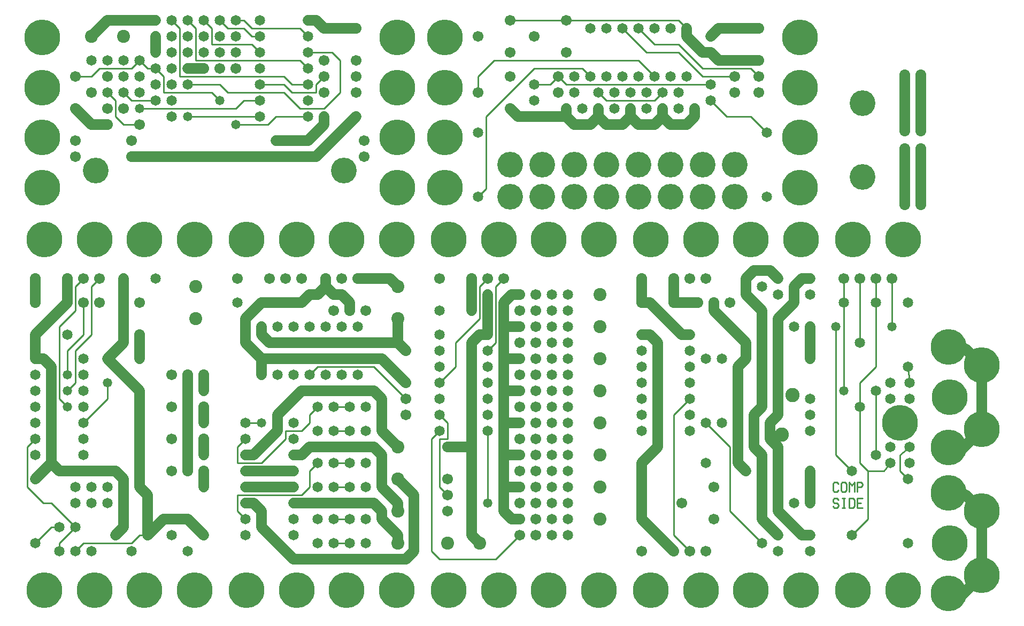
<source format=gtl>
%MOIN*%
%FSLAX25Y25*%
G04 D10 used for Character Trace; *
G04     Circle (OD=.01000) (No hole)*
G04 D11 used for Power Trace; *
G04     Circle (OD=.06700) (No hole)*
G04 D12 used for Signal Trace; *
G04     Circle (OD=.01100) (No hole)*
G04 D13 used for Via; *
G04     Circle (OD=.05800) (Round. Hole ID=.02800)*
G04 D14 used for Component hole; *
G04     Circle (OD=.06500) (Round. Hole ID=.03500)*
G04 D15 used for Component hole; *
G04     Circle (OD=.06700) (Round. Hole ID=.04300)*
G04 D16 used for Component hole; *
G04     Circle (OD=.08100) (Round. Hole ID=.05100)*
G04 D17 used for Component hole; *
G04     Circle (OD=.08900) (Round. Hole ID=.05900)*
G04 D18 used for Component hole; *
G04     Circle (OD=.11300) (Round. Hole ID=.08300)*
G04 D19 used for Component hole; *
G04     Circle (OD=.16000) (Round. Hole ID=.13000)*
G04 D20 used for Component hole; *
G04     Circle (OD=.18300) (Round. Hole ID=.15300)*
G04 D21 used for Component hole; *
G04     Circle (OD=.22291) (Round. Hole ID=.19291)*
%ADD10C,.01000*%
%ADD11C,.06700*%
%ADD12C,.01100*%
%ADD13C,.05800*%
%ADD14C,.06500*%
%ADD15C,.06700*%
%ADD16C,.08100*%
%ADD17C,.08900*%
%ADD18C,.11300*%
%ADD19C,.16000*%
%ADD20C,.18300*%
%ADD21C,.22291*%
%IPPOS*%
%LPD*%
G90*X0Y0D02*D21*X15625Y15625D03*D14*              
X35000Y40000D03*D12*X40000Y45000D01*X70000D01*    
X75000Y50000D01*X80000D01*D14*D03*D11*            
X90000Y60000D01*X105000D01*X115000Y50000D01*D14*  
D03*X105000Y40000D03*X95000Y50000D03*             
X115000Y80000D03*D11*Y90000D01*D15*D03*D14*       
Y100000D03*D11*Y110000D01*D15*D03*D14*Y120000D03* 
D11*Y130000D01*D15*D03*D14*Y140000D03*D11*        
Y150000D01*D15*D03*X105000D03*D11*Y130000D01*D15* 
D03*D11*Y110000D01*D15*D03*D11*Y90000D01*D15*D03* 
X95000D03*Y110000D03*D11*X80000Y50000D02*         
Y75000D01*D14*X70000Y40000D03*D11*X60000Y50000D02*
X65000Y55000D01*D14*X60000Y50000D03*D11*          
X65000Y55000D02*Y85000D01*X60000Y90000D01*        
X25000D01*X20000Y95000D01*X10000Y85000D01*D14*D03*
D12*X15000Y70000D02*X5000Y80000D01*               
X15000Y70000D02*X20000D01*X35000Y55000D01*D14*D03*
D12*X25000Y45000D01*Y40000D01*D14*D03*            
X10000Y45000D03*D12*X20000Y55000D01*X25000D01*D14*
D03*X35000Y70000D03*X45000Y40000D03*Y70000D03*    
Y80000D03*X35000D03*D12*X5000D02*Y105000D01*      
X10000Y110000D01*D14*D03*Y120000D03*Y100000D03*   
D11*X20000Y95000D02*Y155000D01*X15000Y160000D01*  
X10000D01*D14*D03*D11*Y175000D01*D14*D03*D11*     
X30000Y195000D01*D15*D03*D11*Y210000D01*D15*D03*  
D12*X35000Y190000D02*Y205000D01*X25000Y180000D02* 
X35000Y190000D01*X25000Y135000D02*Y180000D01*     
X30000Y130000D02*X25000Y135000D01*D13*            
X30000Y130000D03*D14*X40000Y120000D03*D12*        
X55000Y135000D01*Y145000D01*D13*D03*D14*          
X40000Y160000D03*Y130000D03*Y150000D03*           
X55000Y160000D03*D11*X75000Y140000D01*D14*D03*D11*
Y120000D01*D14*D03*D11*Y100000D01*D14*D03*D11*    
Y80000D01*D14*D03*D11*X80000Y75000D01*D14*        
X55000Y80000D03*Y70000D03*X40000Y110000D03*       
Y100000D03*D15*X95000Y130000D03*D21*              
X46875Y15625D03*X78125D03*X109375D03*D14*         
X40000Y140000D03*D13*X30000D03*D12*               
X35000Y145000D01*Y165000D01*X45000Y175000D01*     
Y205000D01*X50000Y210000D01*D15*D03*X40000D03*D12*
X35000Y205000D01*D15*X40000Y195000D03*D12*        
Y175000D01*X30000Y165000D01*Y150000D01*D13*D03*   
D14*X10000Y130000D03*Y150000D03*Y140000D03*       
X30000Y175000D03*D11*X55000Y160000D02*            
X65000Y170000D01*Y185000D01*D15*D03*D11*          
Y210000D01*D14*D03*D15*X50000Y195000D03*X75000D03*
D14*X85000Y210000D03*D21*X78125Y234375D03*        
X46875D03*D15*X75000Y175000D03*D11*Y160000D01*D14*
D03*D15*X95000Y150000D03*D16*X110000Y185000D03*   
Y205000D03*D15*X10000Y210000D03*D11*Y195000D01*   
D15*D03*D21*X15625Y234375D03*X109375D03*G90*      
X1000Y0D02*D12*X141000Y60000D02*X136000Y65000D01* 
D14*X141000Y60000D03*D12*X136000Y65000D02*        
Y75000D01*X176000D01*X181000Y80000D01*Y90000D01*  
X186000Y95000D01*D14*D03*D11*X171000Y100000D02*   
X176000D01*D14*X171000D03*D11*X176000D02*         
X181000Y105000D01*X221000D01*X226000Y100000D01*   
Y80000D01*X236000Y70000D01*Y65000D01*D16*D03*D11* 
X246000Y40000D02*Y75000D01*X241000Y35000D02*      
X246000Y40000D01*X171000Y35000D02*X241000D01*     
X171000D02*X151000Y55000D01*Y65000D01*            
X146000Y70000D01*X141000D01*D14*D03*Y80000D03*D11*
X171000D01*D14*D03*Y90000D03*D11*X141000D01*D14*  
D03*D12*X136000Y95000D02*X151000D01*              
X166000Y110000D01*Y115000D01*X176000D01*          
X181000Y120000D01*Y125000D01*X186000Y130000D01*   
D14*D03*D11*X161000Y125000D02*X176000Y140000D01*  
X161000Y115000D02*Y125000D01*X146000Y100000D02*   
X161000Y115000D01*X141000Y100000D02*X146000D01*   
D14*X141000D03*D12*X136000Y95000D02*Y105000D01*   
X141000Y110000D01*D14*D03*D13*X151000Y120000D03*  
D12*X141000D01*D14*D03*X171000Y150000D03*         
X161000D03*X171000Y110000D03*X151000Y150000D03*   
D11*Y160000D01*X226000D01*X241000Y145000D01*D15*  
D03*Y135000D03*D12*X221000Y155000D01*X186000D01*  
X181000Y150000D01*D14*D03*D11*X176000Y140000D02*  
X221000D01*X226000Y135000D01*Y115000D01*          
X236000Y105000D01*D16*D03*D14*X216000Y115000D03*  
D15*X241000Y125000D03*D16*X236000Y85000D03*D11*   
X246000Y75000D01*X226000Y60000D02*Y65000D01*      
X236000Y50000D02*X226000Y60000D01*                
X236000Y45000D02*Y50000D01*D16*Y45000D03*D14*     
X216000Y60000D03*Y45000D03*D11*X226000Y65000D02*  
X221000Y70000D01*X171000D01*D14*D03*Y60000D03*    
X186000D03*Y80000D03*X171000Y50000D03*            
X196000Y45000D03*D12*X206000D01*D14*D03*Y60000D03*
D12*X196000D01*D14*D03*X186000Y45000D03*          
X216000Y80000D03*X206000D03*D12*X196000D01*D14*   
D03*X206000Y95000D03*D12*X196000D01*D14*D03*      
X206000Y115000D03*D12*X196000D01*D14*D03*         
X186000D03*X206000Y130000D03*D12*X196000D01*D14*  
D03*X211000Y150000D03*X201000D03*                 
X216000Y130000D03*X191000Y150000D03*              
X171000Y120000D03*X216000Y95000D03*D11*           
X241000Y165000D02*X236000Y170000D01*D15*          
X241000Y165000D03*D11*X156000Y170000D02*          
X236000D01*X156000D02*X151000Y175000D01*          
Y180000D01*D14*D03*D11*Y160000D02*                
X141000Y170000D01*Y185000D01*X151000Y195000D01*   
X156000D01*D14*D03*D11*X176000D01*                
X181000Y200000D01*X186000D01*X191000Y205000D01*   
X196000Y200000D01*X201000D01*X206000Y195000D01*   
Y190000D01*D15*D03*D14*X201000Y180000D03*D15*     
X216000Y190000D03*X196000D03*D14*                 
X211000Y180000D03*D11*X191000Y205000D02*          
Y210000D01*D15*D03*X201000D03*X176000D03*         
X211000D03*D11*X231000D01*X236000Y205000D01*D16*  
D03*Y185000D03*D11*Y170000D01*D14*                
X191000Y180000D03*X181000D03*D21*                 
X172875Y234375D03*D14*X171000Y180000D03*D21*      
X235375Y234375D03*X204125D03*D15*                 
X166000Y210000D03*D14*X161000Y180000D03*D15*      
X156000Y210000D03*D21*X141625Y234375D03*D15*      
X136000Y210000D03*D14*Y195000D03*X141000Y50000D03*
D21*X141625Y15625D03*X172875D03*X204125D03*       
X235375D03*G90*X2000Y0D02*D12*X262000Y35000D02*   
X257000Y40000D01*X262000Y35000D02*X297000D01*     
X312000Y50000D01*D15*D03*X322000Y60000D03*        
Y50000D03*X312000Y60000D03*D11*X307000D01*        
X302000Y65000D01*Y80000D01*X312000D01*D15*D03*    
X322000Y70000D03*Y90000D03*Y80000D03*             
X312000Y90000D03*D11*X302000Y80000D02*Y100000D01* 
X312000D01*D15*D03*X322000Y110000D03*Y100000D03*  
X312000Y110000D03*D11*X302000Y100000D02*          
Y120000D01*X312000D01*D15*D03*X322000Y130000D03*  
Y120000D03*X312000Y130000D03*D11*                 
X302000Y120000D02*Y140000D01*X312000D01*D15*D03*  
X322000Y150000D03*Y140000D03*X312000Y150000D03*   
D11*X302000Y140000D02*Y160000D01*X312000D01*D15*  
D03*X322000Y170000D03*Y160000D03*                 
X312000Y170000D03*D11*X302000Y160000D02*          
Y180000D01*X312000D01*D15*D03*X322000Y190000D03*  
Y180000D03*X312000Y190000D03*D11*                 
X302000Y180000D02*Y195000D01*X307000Y200000D01*   
X312000D01*D15*D03*X302000Y210000D03*D12*         
X297000Y205000D01*Y170000D01*X292000Y165000D01*   
D14*D03*D11*X282000Y105000D02*Y170000D01*         
Y50000D02*Y105000D01*X287000Y45000D02*            
X282000Y50000D01*D16*X287000Y45000D03*D15*        
X267000Y65000D03*D16*Y45000D03*D12*               
X307000Y60000D02*X312000D01*D15*Y70000D03*D14*    
X332000Y80000D03*Y50000D03*D13*X292000Y70000D03*  
D12*Y115000D01*D14*D03*D11*X267000Y105000D02*     
X282000D01*D15*X267000D03*D12*X262000Y80000D02*   
Y110000D01*X267000Y75000D02*X262000Y80000D01*D15* 
X267000Y75000D03*Y85000D03*D12*X257000Y40000D02*  
Y110000D01*X262000Y115000D01*D14*D03*D12*         
Y110000D02*X267000D01*Y120000D01*                 
X262000Y125000D01*D14*D03*Y135000D03*Y145000D03*  
D12*X272000Y155000D01*Y170000D01*                 
X287000Y185000D01*Y205000D01*X292000Y210000D01*   
D15*D03*X282000D03*D11*Y190000D01*D14*D03*D13*    
X292000Y200000D03*D11*Y175000D01*D14*D03*D11*     
X287000D01*X282000Y170000D01*D14*                 
X292000Y155000D03*X262000Y190000D03*Y175000D03*   
Y165000D03*Y155000D03*X292000Y145000D03*          
Y135000D03*D15*X262000Y210000D03*                 
X322000Y200000D03*D14*X292000Y125000D03*          
X332000Y120000D03*Y130000D03*Y140000D03*          
Y150000D03*Y160000D03*Y170000D03*Y180000D03*      
Y190000D03*Y200000D03*X342000Y110000D03*          
Y120000D03*Y130000D03*Y140000D03*Y150000D03*      
Y160000D03*Y170000D03*Y180000D03*Y190000D03*      
Y200000D03*X332000Y110000D03*D21*                 
X330125Y234375D03*X298875D03*X267625D03*D14*      
X332000Y100000D03*X342000D03*D16*X362000D03*      
Y120000D03*Y140000D03*Y160000D03*Y180000D03*      
Y200000D03*D14*X332000Y90000D03*X342000D03*D21*   
X361375Y234375D03*D14*X342000Y80000D03*D16*       
X362000D03*D14*X332000Y70000D03*X342000D03*       
X332000Y60000D03*X342000D03*D16*X362000D03*D14*   
X342000Y50000D03*D21*X267625Y15625D03*X298875D03* 
X330125D03*X361375D03*G90*X3000Y0D02*D15*         
X388000Y40000D03*D11*X408000D02*X388000Y60000D01* 
D15*X408000Y40000D03*X418000D03*D12*              
X408000Y50000D01*Y125000D01*X418000Y135000D01*D14*
D03*Y145000D03*Y125000D03*X428000Y120000D03*D12*  
X443000Y105000D01*Y65000D01*X463000Y45000D01*D14* 
D03*X473000Y40000D03*Y50000D03*D11*               
X463000Y60000D01*Y100000D01*X458000Y105000D01*    
Y115000D01*D13*D03*D11*Y125000D01*                
X463000Y130000D01*Y135000D01*D13*D03*D11*         
Y175000D01*D13*D03*D11*Y190000D01*                
X453000Y200000D01*Y210000D01*X458000Y215000D01*   
X468000D01*X473000Y210000D01*D14*D03*D11*         
X483000Y195000D02*Y205000D01*X473000Y185000D02*   
X483000Y195000D01*X473000Y125000D02*Y185000D01*   
X468000Y120000D02*X473000Y125000D01*              
X468000Y110000D02*Y120000D01*X473000Y105000D02*   
X468000Y110000D01*X473000Y80000D02*Y105000D01*D13*
Y80000D03*D11*Y65000D01*X488000Y50000D01*         
X493000D01*D14*D03*Y40000D03*Y70000D03*D11*       
Y90000D01*D14*D03*X483000Y70000D03*               
X493000Y115000D03*D17*X475300Y112600D03*D14*      
X493000Y125000D03*X453000Y90000D03*D11*           
X448000Y95000D01*Y155000D01*X453000Y160000D01*D14*
D03*D11*Y170000D01*X433000Y190000D01*Y195000D01*  
D15*D03*X443000D03*X423000D03*D11*X408000D01*D15* 
D03*D11*Y210000D01*D15*D03*X418000D03*D11*        
X413000Y175000D02*X393000Y195000D01*              
X413000Y175000D02*X418000D01*D14*D03*Y165000D03*  
X428000Y160000D03*X438000D03*X418000Y155000D03*   
D11*X398000Y105000D02*Y170000D01*D13*Y105000D03*  
D11*X388000Y95000D01*D14*D03*D11*Y60000D01*D15*   
X413000Y70000D03*X428000Y40000D03*D14*Y95000D03*  
D15*X433000Y60000D03*D21*X393625Y15625D03*D15*    
X433000Y80000D03*D21*X424875Y15625D03*D14*        
X418000Y115000D03*X388000D03*X438000Y120000D03*   
X388000Y125000D03*D21*X456125Y15625D03*D14*       
X388000Y135000D03*Y145000D03*Y155000D03*D17*      
X482000Y137400D03*D21*X487375Y15625D03*D14*       
X388000Y165000D03*X493000Y135000D03*Y160000D03*   
D11*Y180000D01*D14*D03*X483000D03*                
X473000Y200000D03*X493000D03*D11*                 
X483000Y205000D02*X488000Y210000D01*X493000D01*   
D14*D03*D21*X487375Y234375D03*D14*                
X463000Y205000D03*D21*X456125Y234375D03*D15*      
X428000Y210000D03*D21*X424875Y234375D03*D11*      
X398000Y170000D02*X393000Y175000D01*X388000D01*   
D14*D03*D11*Y195000D02*X393000D01*D15*X388000D03* 
D11*Y210000D01*D15*D03*D21*X393625Y234375D03*G90* 
X0Y1000D02*X235625Y266625D03*X14375D03*D19*       
X202200Y277200D03*X47800D03*D15*X215000Y286000D03*
D11*X180000D02*X185000D01*D15*X180000D03*D11*     
X115000D01*D13*D03*D11*X70000D01*D15*D03*         
Y296000D03*X75000Y306000D03*D12*X65000D01*        
X60000Y311000D01*Y321000D01*X55000Y326000D01*D14* 
D03*D15*X65000Y316000D03*D14*Y336000D03*D12*      
X35000D02*X45000D01*D15*X35000D03*                
X45000Y326000D03*D14*Y346000D03*D12*Y336000D02*   
X50000Y341000D01*X70000D01*X75000Y346000D01*D14*  
D03*D12*X80000Y341000D01*X85000D01*D14*D03*D12*   
X90000Y336000D01*Y326000D01*X120000D01*           
X125000Y321000D01*D13*D03*D12*Y331000D02*         
X130000Y326000D01*X105000Y331000D02*X125000D01*   
D14*X105000D03*D12*X100000Y366000D02*Y336000D01*  
X95000Y371000D02*X100000Y366000D01*D14*           
X95000Y371000D03*X105000Y361000D03*X85000D03*D11* 
Y351000D01*D14*D03*X95000Y341000D03*Y361000D03*   
Y351000D03*D12*X100000Y336000D02*X165000D01*      
X170000Y331000D01*X180000D01*D14*D03*D12*         
X170000Y326000D02*X185000D01*X165000Y331000D02*   
X170000Y326000D01*X150000Y331000D02*X165000D01*   
D14*X150000D03*D12*X135000Y316000D02*             
X140000Y321000D01*X75000Y316000D02*X135000D01*D13*
X75000D03*D12*X65000Y326000D02*X70000Y321000D01*  
D14*X65000Y326000D03*D12*X70000Y321000D02*        
X85000D01*D14*D03*X95000Y311000D03*Y331000D03*    
X75000Y326000D03*X95000Y321000D03*                
X85000Y331000D03*X75000Y336000D03*                
X105000Y341000D03*D11*X115000D01*D15*D03*D12*     
X110000Y366000D02*Y346000D01*X105000Y371000D02*   
X110000Y366000D01*D14*X105000Y371000D03*          
X115000Y361000D03*Y371000D03*D12*                 
X120000Y366000D01*Y356000D01*X145000D01*          
X150000Y351000D01*D14*D03*Y361000D03*D12*         
X145000D01*X140000Y366000D01*X130000D01*          
X125000Y371000D01*D14*D03*X135000Y361000D03*      
Y371000D03*D12*X140000D01*X145000Y366000D01*      
X175000D01*X180000Y361000D01*D14*D03*D11*         
Y371000D02*X185000D01*D14*X180000D03*D11*         
X185000D02*X190000Y366000D01*D15*D03*D11*         
X210000D01*D15*D03*D12*X180000Y351000D02*         
X195000D01*D14*X180000D03*D12*X110000Y346000D02*  
X175000D01*D14*X115000Y351000D03*X105000D03*      
X125000Y361000D03*D15*Y341000D03*D14*Y351000D03*  
D12*X130000Y326000D02*X165000D01*                 
X175000Y316000D01*X190000D01*X200000Y326000D01*   
Y346000D01*X195000Y351000D01*D15*                 
X190000Y346000D03*X210000Y336000D03*Y346000D03*   
X190000Y336000D03*D12*X185000Y331000D01*          
Y326000D01*D14*X180000Y321000D03*D15*             
X190000Y326000D03*D14*X180000Y311000D03*D12*      
X160000D01*X155000Y306000D01*X135000D01*D13*D03*  
D14*X150000Y321000D03*D12*X140000D01*D14*         
X150000Y311000D03*D12*X105000D01*D13*D03*D15*     
X135000Y341000D03*D14*X65000Y346000D03*           
X135000Y351000D03*X150000Y341000D03*              
X55000Y346000D03*D15*Y336000D03*Y316000D03*       
Y306000D03*D11*X45000D01*X35000Y316000D01*D15*D03*
D21*X14375Y297875D03*Y329125D03*D15*              
X35000Y296000D03*Y286000D03*D16*X65000Y361000D03* 
X45000D03*D11*X55000Y371000D01*X85000D01*D14*D03* 
X150000D03*D21*X14375Y360375D03*D13*              
X160000Y296000D03*D11*X180000D01*D15*D03*D11*     
X190000Y306000D01*Y311000D01*D14*D03*X210000D03*  
D11*X185000Y286000D01*D15*X215000Y296000D03*      
X210000Y326000D03*D21*X235625Y297875D03*          
Y329125D03*D14*X180000Y341000D03*D12*             
X175000Y346000D01*D21*X235625Y360375D03*G90*      
X1000Y1000D02*X265375Y266625D03*D14*              
X286000Y261000D03*D12*X291000Y266000D01*          
Y311000D01*X321000Y341000D01*X351000D01*          
X356000Y336000D01*D14*D03*X346000Y326000D03*      
X366000Y336000D03*X346000D03*X361000Y326000D03*   
D12*X366000Y321000D01*X396000D01*                 
X401000Y326000D01*D14*D03*X411000Y316000D03*      
X391000D03*X406000Y336000D03*X411000Y326000D03*   
X391000D03*X401000Y316000D03*D11*Y311000D01*      
X396000Y306000D01*X386000D01*X381000Y311000D01*   
X376000Y306000D01*X366000D01*X361000Y311000D01*   
X356000Y306000D01*X346000D01*X341000Y311000D01*   
X311000D01*X306000Y316000D01*D15*D03*D14*         
X321000Y331000D03*D12*X331000D01*                 
X336000Y336000D01*D15*D03*D12*X341000Y331000D01*  
X431000D01*D14*D03*D12*X411000Y351000D02*         
X426000Y336000D01*X391000Y351000D02*X411000D01*   
X376000Y366000D02*X391000Y351000D01*D14*          
X376000Y366000D03*X386000D03*D12*                 
X396000Y356000D01*X411000D01*X426000Y341000D01*   
X456000D01*X461000Y336000D01*D15*D03*Y346000D03*  
D11*X446000D01*D15*D03*D11*X436000D01*            
X431000Y351000D01*D14*D03*D11*X426000D01*         
X416000Y361000D01*Y366000D01*D14*D03*D12*         
X411000Y371000D01*X341000D01*D15*D03*D12*         
X306000D01*D15*D03*X321000Y361000D03*             
X306000Y351000D03*X286000Y361000D03*D12*          
Y336000D02*X296000Y346000D01*X286000Y336000D02*   
Y326000D01*D15*D03*D12*X296000Y346000D02*         
X386000D01*X396000Y336000D01*D14*D03*X386000D03*  
X381000Y326000D03*Y316000D03*D11*Y311000D01*D14*  
X371000Y316000D03*Y326000D03*X361000Y316000D03*   
D11*Y311000D01*D14*X351000Y316000D03*X341000D03*  
D11*Y311000D01*D15*X336000Y326000D03*D14*         
X321000Y321000D03*D19*X326000Y281000D03*          
X346000D03*X366000D03*D15*X306000Y336000D03*D14*  
X376000D03*D19*X306000Y281000D03*D15*             
X341000Y351000D03*D19*X386000Y281000D03*          
X306000Y261000D03*X326000D03*X346000D03*          
X366000D03*X386000D03*D14*X396000Y366000D03*      
X366000D03*X356000D03*X286000Y301000D03*D11*      
X401000Y311000D02*X406000Y306000D01*X416000D01*   
X421000Y311000D01*Y316000D01*D13*D03*D14*         
X431000Y321000D03*D12*X441000Y311000D01*          
X456000D01*X466000Y301000D01*D14*D03*D19*         
X446000Y281000D03*D21*X486625Y297875D03*D15*      
X461000Y326000D03*X446000D03*D21*                 
X486625Y329125D03*D15*X446000Y336000D03*D12*      
X426000D01*D14*X416000D03*X431000Y361000D03*D11*  
X436000Y366000D01*X446000D01*D15*D03*D11*         
X461000D01*D15*D03*D21*X486625Y360375D03*D14*     
X406000Y366000D03*D19*Y281000D03*X426000D03*D21*  
X486625Y266625D03*D19*X406000Y261000D03*          
X426000D03*X446000D03*D14*X466000D03*D21*         
X265375Y360375D03*Y329125D03*Y297875D03*G90*      
X4000Y0D02*D10*X510674Y71914D02*X509837Y72871D01* 
X508163D01*X507326Y71914D01*Y70957D01*            
X508163Y70000D01*X509837D01*X510674Y69043D01*     
Y68086D01*X509837Y67129D01*X508163D01*            
X507326Y68086D01*X514000Y67129D02*Y72871D01*      
X513163Y67129D02*X514837D01*X513163Y72871D02*     
X514837D01*X517326Y67129D02*Y72871D01*X519837D01* 
X520674Y71914D01*Y68086D01*X519837Y67129D01*      
X517326D01*X525674D02*X522326D01*Y72871D01*       
X525674D01*X522326Y70000D02*X524837D01*           
X510674Y78086D02*X509837Y77129D01*X508163D01*     
X507326Y78086D01*Y81914D01*X508163Y82871D01*      
X509837D01*X510674Y81914D01*X515674Y78086D02*     
X514837Y77129D01*X513163D01*X512326Y78086D01*     
Y81914D01*X513163Y82871D01*X514837D01*            
X515674Y81914D01*Y78086D01*X517326Y77129D02*      
Y82871D01*X519000Y80957D01*X520674Y82871D01*      
Y77129D01*X522326D02*Y82871D01*X524837D01*        
X525674Y81914D01*Y80957D01*X524837Y80000D01*      
X522326D01*D12*X519000Y90000D02*X509000Y100000D01*
D14*X519000Y90000D03*D12*X529000D02*              
X524000Y95000D01*X529000Y60000D02*Y90000D01*      
X519000Y50000D02*X529000Y60000D01*D14*            
X519000Y50000D03*X554000Y85000D03*D12*            
X549000Y90000D01*Y100000D01*X555000Y105000D01*D14*
D03*X543000Y95000D03*D12*X539000Y90000D01*        
X529000D01*X524000Y95000D02*Y130000D01*D14*D03*   
D12*Y145000D01*X534000Y155000D01*Y195000D01*D14*  
D03*D12*Y210000D01*D15*D03*X544000D03*D12*        
Y180000D01*D13*D03*D14*X554000Y195000D03*         
X524000Y170000D03*D12*Y210000D01*D15*D03*         
X514000D03*D12*Y195000D01*D14*D03*D12*Y140000D01* 
D13*D03*D14*X534000D03*D12*Y100000D01*D14*D03*    
X543000Y105000D03*D21*X549000Y120000D03*D14*      
X555000Y95000D03*D12*X509000Y100000D02*Y180000D01*
D13*D03*D14*X543000Y145000D03*X555000Y135000D03*  
Y145000D03*D12*X554000Y155000D01*D14*D03*         
X543000Y135000D03*D21*X550875Y234375D03*          
X519625D03*D14*X554000Y45000D03*D21*              
X519625Y15625D03*X550875D03*G90*X2000Y1000D02*D19*
X525800Y273200D03*D15*X552000Y256000D03*D11*      
Y291000D01*D15*D03*X562000D03*D11*Y256000D01*D15* 
D03*G90*X2000Y2000D02*D19*X525800Y319200D03*D15*  
X552000Y302000D03*D11*Y337000D01*D15*D03*         
X562000D03*D11*Y302000D01*D15*D03*G90*X0Y0D02*D21*
X579375Y13750D03*D11*X585000Y10000D01*            
X600000Y25000D01*D21*D03*D11*Y65000D01*D21*D03*   
D11*X590000Y75000D01*X579375Y76250D01*D21*D03*    
X580000Y45000D03*G90*X0Y1000D02*X579375Y104750D03*
D11*X585000Y101000D01*X600000Y116000D01*D21*D03*  
D11*Y156000D01*D21*D03*D11*X590000Y166000D01*     
X579375Y167250D01*D21*D03*X580000Y136000D03*M02*  

</source>
